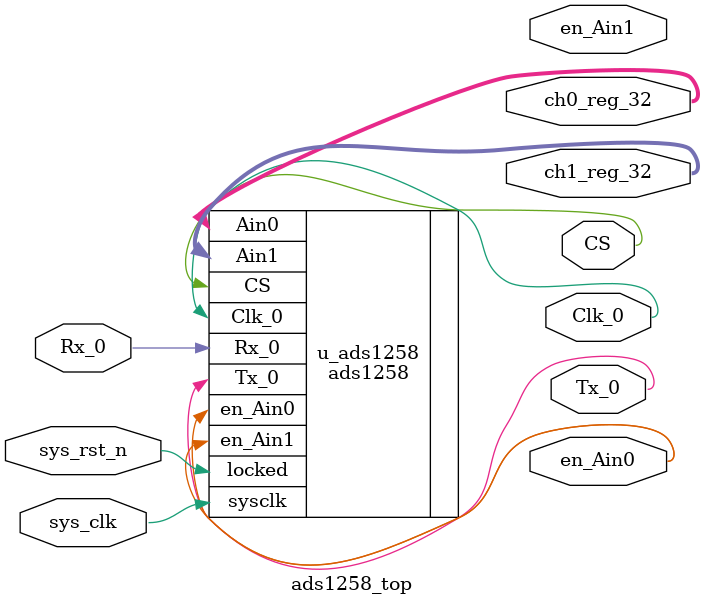
<source format=v>
`timescale 1ns / 1ps

module ads1258_top(
   input            sys_clk     ,    
   input            sys_rst_n       ,   
   input            Rx_0       , 
   output           Tx_0       , 
   output           Clk_0       , 
   output           CS          , 
   output           en_Ain0      , 
   output           en_Ain1     ,
   output [31:0]    ch0_reg_32 ,
   output [31:0]    ch1_reg_32   
    );

 wire  [7:0]       ch1_sig ;
 wire  [7:0]      ch1_reg_8 ;

 wire           data_8_en;

/*
parameter Vef=32'd ;  //2.5057*2^23   
wire [63:0] ads_data_med,Ain_med; 
wire [31:0] Ain;


assign Ain_med = Ain[23]? {32'hffffffff,Ain}  :  Ain;
assign ads_data_med = Ain_med * Vef ;
assign ads_data     = ads_data_med[54:23];
*/
 

        
ads1258 u_ads1258
(
    .sysclk     (sys_clk    ),
    .locked     (sys_rst_n     ),
    .Rx_0       (Rx_0       ),
    .Tx_0       (Tx_0       ),
    .Clk_0      (Clk_0      ),
    .CS         (CS         ),
    .en_Ain0    (en_Ain0    ),
    .en_Ain1    (en_Ain0    ),
    .Ain0        (  ch0_reg_32  ),
    .Ain1        (  ch1_reg_32  )
);


/*
uart_test U_uart(
	    .clk50      (sys_clk)  ,                     //50Mhz clock
		.reset_n    (sys_rst_n)   ,	  
		.ch1_dec    (ch1_reg_32)  , 
		.data_32_en    (data_32_en)  ,
		//.data_8_en 	(data_8_en),			       
        .tx		   (UartTx)
);

 SPI_ADS1258_X3 SPI_ADS1258_X3(
        .CLOCK         ( sys_clk),  // sys_clk   
        .RST           ( locked),  // locked 
        .data_8_en     (data_8_en),   
        .READ_CODE_0   (ch1_reg ),  // Rx_0      
        .uCS_0         ( CS),  // Tx_0      
        .CLK_0         (Clk_0 ),  // Clk_0     
        .TX_0          (Tx_0 ),  // CS        
        .RX_0          (Rx_0)    //  ch1_reg  
 );
 */                                         
 

    
    
endmodule

</source>
